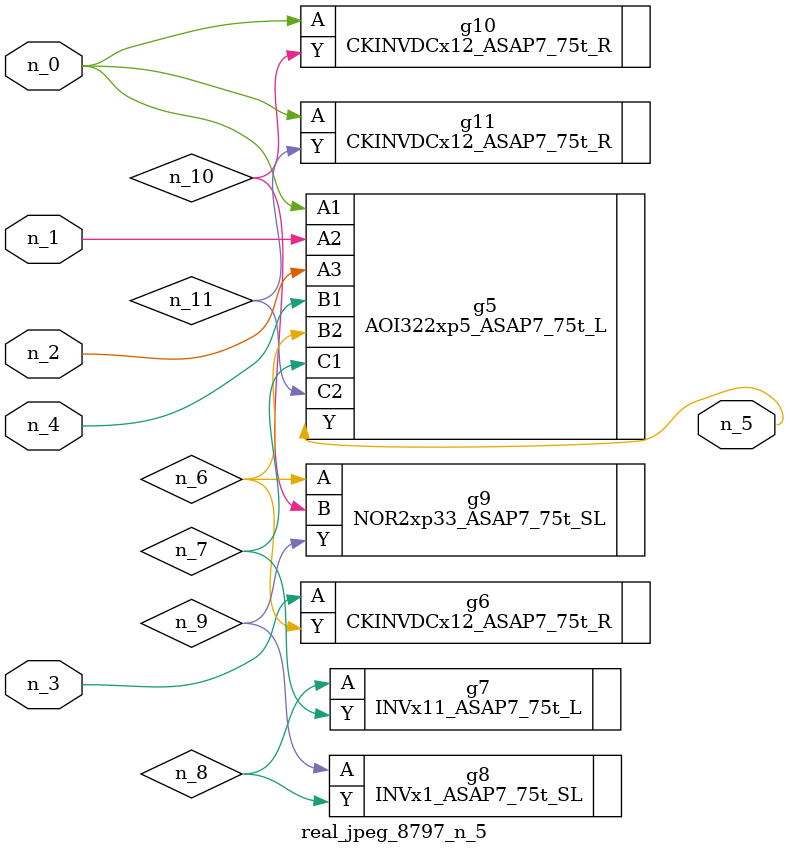
<source format=v>
module real_jpeg_8797_n_5 (n_4, n_0, n_1, n_2, n_3, n_5);

input n_4;
input n_0;
input n_1;
input n_2;
input n_3;

output n_5;

wire n_8;
wire n_11;
wire n_6;
wire n_7;
wire n_10;
wire n_9;

AOI322xp5_ASAP7_75t_L g5 ( 
.A1(n_0),
.A2(n_1),
.A3(n_2),
.B1(n_4),
.B2(n_6),
.C1(n_7),
.C2(n_11),
.Y(n_5)
);

CKINVDCx12_ASAP7_75t_R g10 ( 
.A(n_0),
.Y(n_10)
);

CKINVDCx12_ASAP7_75t_R g11 ( 
.A(n_0),
.Y(n_11)
);

CKINVDCx12_ASAP7_75t_R g6 ( 
.A(n_3),
.Y(n_6)
);

NOR2xp33_ASAP7_75t_SL g9 ( 
.A(n_6),
.B(n_10),
.Y(n_9)
);

INVx11_ASAP7_75t_L g7 ( 
.A(n_8),
.Y(n_7)
);

INVx1_ASAP7_75t_SL g8 ( 
.A(n_9),
.Y(n_8)
);


endmodule
</source>
